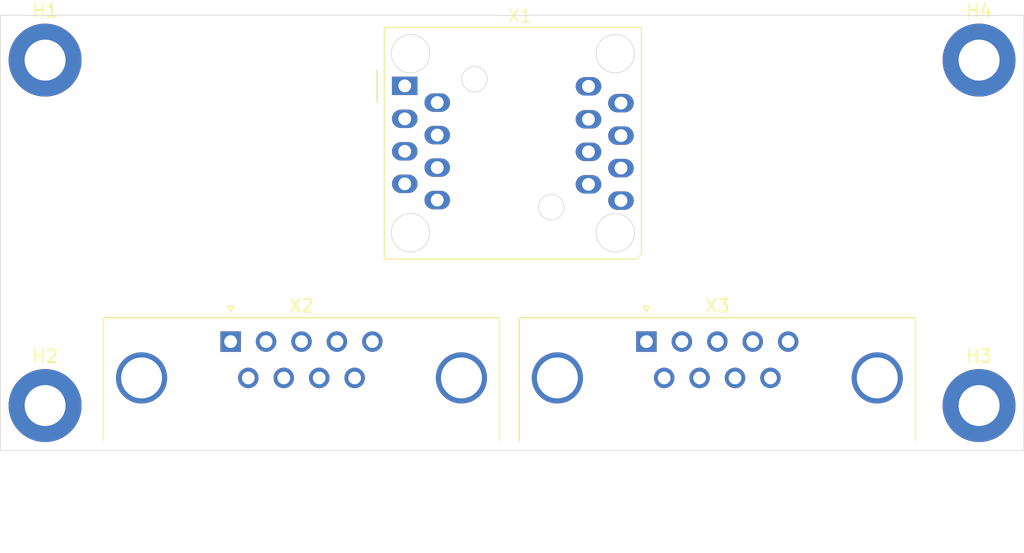
<source format=kicad_pcb>
(kicad_pcb (version 20240108) (generator "pcbnew") (generator_version "8.0")
  (layers (0 "F.Cu" signal) (31 "B.Cu" signal) (34 "B.Paste" user) (35 "F.Paste" user) (36 "B.SilkS" user "B.Silkscreen") (37 "F.SilkS" user "F.Silkscreen") (38 "B.Mask" user) (39 "F.Mask" user) (44 "Edge.Cuts" user))
  (net 0 "")
  (net 1 "/B4")
  (net 2 "/A6")
  (net 3 "/B2")
  (net 5 "/B6")
  (net 7 "/B8")
  (net 8 "/B5")
  (net 9 "/A4")
  (net 10 "/A2")
  (net 11 "/A8")
  (net 15 "/A5")
  (footprint "MountingHole:MountingHole_3.2mm_M3_ISO7380_Pad" (layer "F.Cu") (at 136.5 120.5)
    (property "Reference" "H3" (at 0 -3.85 0) (layer "F.SilkS"))
    (property "Value" "M3")
    (pad "1" thru_hole circle (at 0 0) (size 5.7 5.7) (drill 3.2) (layers "*.Cu" "*.Mask" "In1.Cu" "In2.Cu" "In3.Cu" "In4.Cu" "In5.Cu" "In6.Cu" "In7.Cu" "In8.Cu" "In9.Cu" "In10.Cu" "In11.Cu" "In12.Cu" "In13.Cu" "In14.Cu" "In15.Cu" "In16.Cu" "In17.Cu" "In18.Cu" "In19.Cu" "In20.Cu" "In21.Cu" "In22.Cu" "In23.Cu" "In24.Cu" "In25.Cu" "In26.Cu" "In27.Cu" "In28.Cu" "In29.Cu" "In30.Cu"))
  )
  (footprint "MountingHole:MountingHole_3.2mm_M3_ISO7380_Pad" (layer "F.Cu") (at 136.5 93.5)
    (property "Reference" "H4" (at 0 -3.85 0) (layer "F.SilkS"))
    (property "Value" "M3")
    (pad "1" thru_hole circle (at 0 0) (size 5.7 5.7) (drill 3.2) (layers "*.Cu" "*.Mask" "In1.Cu" "In2.Cu" "In3.Cu" "In4.Cu" "In5.Cu" "In6.Cu" "In7.Cu" "In8.Cu" "In9.Cu" "In10.Cu" "In11.Cu" "In12.Cu" "In13.Cu" "In14.Cu" "In15.Cu" "In16.Cu" "In17.Cu" "In18.Cu" "In19.Cu" "In20.Cu" "In21.Cu" "In22.Cu" "In23.Cu" "In24.Cu" "In25.Cu" "In26.Cu" "In27.Cu" "In28.Cu" "In29.Cu" "In30.Cu"))
  )
  (footprint "Socket:SOIC_Socket_16_SOCKET-SOICN-16-1.27" (layer "F.Cu") (at 91.61 95.55)
    (property "Reference" "X1" (at 9 -5.5 0) (layer "F.SilkS") (effects (font (thickness 0.1))))
    (property "Value" "SOIC16 Test Socket")
    (fp_line (start -2.159 1.27) (end -2.159 -1.27) (stroke (width 0.12)) (layer "F.SilkS"))
    (fp_line (start -1.6 -4.6) (end -1.6 13.5) (stroke (width 0.1)) (layer "F.SilkS"))
    (fp_line (start -1.6 13.5) (end 18.1 13.5) (stroke (width 0.1)) (layer "F.SilkS"))
    (fp_line (start 18.1 13.5) (end 18.5 13.1) (stroke (width 0.1)) (layer "F.SilkS"))
    (fp_line (start 18.5 -4.6) (end -1.6 -4.6) (stroke (width 0.1)) (layer "F.SilkS"))
    (fp_line (start 18.5 13.1) (end 18.5 -4.6) (stroke (width 0.1)) (layer "F.SilkS"))
    (fp_circle (center 0.45 -2.555) (end 1.95 -2.555) (stroke (width 0.05)) (fill none) (layer "Edge.Cuts"))
    (fp_circle (center 0.45 11.445) (end 1.95 11.445) (stroke (width 0.05)) (fill none) (layer "Edge.Cuts"))
    (fp_circle (center 5.45 -0.555) (end 6.45 -0.555) (stroke (width 0.05)) (fill none) (layer "Edge.Cuts"))
    (fp_circle (center 11.45 9.445) (end 12.45 9.445) (stroke (width 0.05)) (fill none) (layer "Edge.Cuts"))
    (fp_circle (center 16.45 -2.555) (end 17.95 -2.555) (stroke (width 0.05)) (fill none) (layer "Edge.Cuts"))
    (fp_circle (center 16.45 11.445) (end 17.95 11.445) (stroke (width 0.05)) (fill none) (layer "Edge.Cuts"))
    (pad "1" thru_hole rect (at 0 -0.04) (size 2 1.44) (drill 1) (layers "*.Cu" "*.Mask" "In1.Cu" "In2.Cu" "In3.Cu" "In4.Cu" "In5.Cu" "In6.Cu" "In7.Cu" "In8.Cu" "In9.Cu" "In10.Cu" "In11.Cu" "In12.Cu" "In13.Cu" "In14.Cu" "In15.Cu" "In16.Cu" "In17.Cu" "In18.Cu" "In19.Cu" "In20.Cu" "In21.Cu" "In22.Cu" "In23.Cu" "In24.Cu" "In25.Cu" "In26.Cu" "In27.Cu" "In28.Cu" "In29.Cu" "In30.Cu"))
    (pad "2" thru_hole oval (at 2.54 1.27) (size 2 1.44) (drill 1) (layers "*.Cu" "*.Mask" "In1.Cu" "In2.Cu" "In3.Cu" "In4.Cu" "In5.Cu" "In6.Cu" "In7.Cu" "In8.Cu" "In9.Cu" "In10.Cu" "In11.Cu" "In12.Cu" "In13.Cu" "In14.Cu" "In15.Cu" "In16.Cu" "In17.Cu" "In18.Cu" "In19.Cu" "In20.Cu" "In21.Cu" "In22.Cu" "In23.Cu" "In24.Cu" "In25.Cu" "In26.Cu" "In27.Cu" "In28.Cu" "In29.Cu" "In30.Cu") (net 10 "/A2"))
    (pad "3" thru_hole oval (at 0 2.54) (size 2 1.44) (drill 1) (layers "*.Cu" "*.Mask" "In1.Cu" "In2.Cu" "In3.Cu" "In4.Cu" "In5.Cu" "In6.Cu" "In7.Cu" "In8.Cu" "In9.Cu" "In10.Cu" "In11.Cu" "In12.Cu" "In13.Cu" "In14.Cu" "In15.Cu" "In16.Cu" "In17.Cu" "In18.Cu" "In19.Cu" "In20.Cu" "In21.Cu" "In22.Cu" "In23.Cu" "In24.Cu" "In25.Cu" "In26.Cu" "In27.Cu" "In28.Cu" "In29.Cu" "In30.Cu"))
    (pad "4" thru_hole oval (at 2.54 3.81) (size 2 1.44) (drill 1) (layers "*.Cu" "*.Mask" "In1.Cu" "In2.Cu" "In3.Cu" "In4.Cu" "In5.Cu" "In6.Cu" "In7.Cu" "In8.Cu" "In9.Cu" "In10.Cu" "In11.Cu" "In12.Cu" "In13.Cu" "In14.Cu" "In15.Cu" "In16.Cu" "In17.Cu" "In18.Cu" "In19.Cu" "In20.Cu" "In21.Cu" "In22.Cu" "In23.Cu" "In24.Cu" "In25.Cu" "In26.Cu" "In27.Cu" "In28.Cu" "In29.Cu" "In30.Cu") (net 9 "/A4"))
    (pad "5" thru_hole oval (at 0 5.08) (size 2 1.44) (drill 1) (layers "*.Cu" "*.Mask" "In1.Cu" "In2.Cu" "In3.Cu" "In4.Cu" "In5.Cu" "In6.Cu" "In7.Cu" "In8.Cu" "In9.Cu" "In10.Cu" "In11.Cu" "In12.Cu" "In13.Cu" "In14.Cu" "In15.Cu" "In16.Cu" "In17.Cu" "In18.Cu" "In19.Cu" "In20.Cu" "In21.Cu" "In22.Cu" "In23.Cu" "In24.Cu" "In25.Cu" "In26.Cu" "In27.Cu" "In28.Cu" "In29.Cu" "In30.Cu"))
    (pad "6" thru_hole oval (at 2.54 6.35) (size 2 1.44) (drill 1) (layers "*.Cu" "*.Mask" "In1.Cu" "In2.Cu" "In3.Cu" "In4.Cu" "In5.Cu" "In6.Cu" "In7.Cu" "In8.Cu" "In9.Cu" "In10.Cu" "In11.Cu" "In12.Cu" "In13.Cu" "In14.Cu" "In15.Cu" "In16.Cu" "In17.Cu" "In18.Cu" "In19.Cu" "In20.Cu" "In21.Cu" "In22.Cu" "In23.Cu" "In24.Cu" "In25.Cu" "In26.Cu" "In27.Cu" "In28.Cu" "In29.Cu" "In30.Cu") (net 3 "/B2"))
    (pad "7" thru_hole oval (at 0 7.62) (size 2 1.44) (drill 1) (layers "*.Cu" "*.Mask" "In1.Cu" "In2.Cu" "In3.Cu" "In4.Cu" "In5.Cu" "In6.Cu" "In7.Cu" "In8.Cu" "In9.Cu" "In10.Cu" "In11.Cu" "In12.Cu" "In13.Cu" "In14.Cu" "In15.Cu" "In16.Cu" "In17.Cu" "In18.Cu" "In19.Cu" "In20.Cu" "In21.Cu" "In22.Cu" "In23.Cu" "In24.Cu" "In25.Cu" "In26.Cu" "In27.Cu" "In28.Cu" "In29.Cu" "In30.Cu"))
    (pad "8" thru_hole oval (at 2.54 8.89) (size 2 1.44) (drill 1) (layers "*.Cu" "*.Mask" "In1.Cu" "In2.Cu" "In3.Cu" "In4.Cu" "In5.Cu" "In6.Cu" "In7.Cu" "In8.Cu" "In9.Cu" "In10.Cu" "In11.Cu" "In12.Cu" "In13.Cu" "In14.Cu" "In15.Cu" "In16.Cu" "In17.Cu" "In18.Cu" "In19.Cu" "In20.Cu" "In21.Cu" "In22.Cu" "In23.Cu" "In24.Cu" "In25.Cu" "In26.Cu" "In27.Cu" "In28.Cu" "In29.Cu" "In30.Cu") (net 1 "/B4"))
    (pad "9" thru_hole oval (at 16.9 8.93) (size 2 1.44) (drill 1) (layers "*.Cu" "*.Mask" "In1.Cu" "In2.Cu" "In3.Cu" "In4.Cu" "In5.Cu" "In6.Cu" "In7.Cu" "In8.Cu" "In9.Cu" "In10.Cu" "In11.Cu" "In12.Cu" "In13.Cu" "In14.Cu" "In15.Cu" "In16.Cu" "In17.Cu" "In18.Cu" "In19.Cu" "In20.Cu" "In21.Cu" "In22.Cu" "In23.Cu" "In24.Cu" "In25.Cu" "In26.Cu" "In27.Cu" "In28.Cu" "In29.Cu" "In30.Cu") (net 8 "/B5"))
    (pad "10" thru_hole oval (at 14.36 7.66) (size 2 1.44) (drill 1) (layers "*.Cu" "*.Mask" "In1.Cu" "In2.Cu" "In3.Cu" "In4.Cu" "In5.Cu" "In6.Cu" "In7.Cu" "In8.Cu" "In9.Cu" "In10.Cu" "In11.Cu" "In12.Cu" "In13.Cu" "In14.Cu" "In15.Cu" "In16.Cu" "In17.Cu" "In18.Cu" "In19.Cu" "In20.Cu" "In21.Cu" "In22.Cu" "In23.Cu" "In24.Cu" "In25.Cu" "In26.Cu" "In27.Cu" "In28.Cu" "In29.Cu" "In30.Cu") (net 5 "/B6"))
    (pad "11" thru_hole oval (at 16.9 6.39) (size 2 1.44) (drill 1) (layers "*.Cu" "*.Mask" "In1.Cu" "In2.Cu" "In3.Cu" "In4.Cu" "In5.Cu" "In6.Cu" "In7.Cu" "In8.Cu" "In9.Cu" "In10.Cu" "In11.Cu" "In12.Cu" "In13.Cu" "In14.Cu" "In15.Cu" "In16.Cu" "In17.Cu" "In18.Cu" "In19.Cu" "In20.Cu" "In21.Cu" "In22.Cu" "In23.Cu" "In24.Cu" "In25.Cu" "In26.Cu" "In27.Cu" "In28.Cu" "In29.Cu" "In30.Cu"))
    (pad "12" thru_hole oval (at 14.36 5.12) (size 2 1.44) (drill 1) (layers "*.Cu" "*.Mask" "In1.Cu" "In2.Cu" "In3.Cu" "In4.Cu" "In5.Cu" "In6.Cu" "In7.Cu" "In8.Cu" "In9.Cu" "In10.Cu" "In11.Cu" "In12.Cu" "In13.Cu" "In14.Cu" "In15.Cu" "In16.Cu" "In17.Cu" "In18.Cu" "In19.Cu" "In20.Cu" "In21.Cu" "In22.Cu" "In23.Cu" "In24.Cu" "In25.Cu" "In26.Cu" "In27.Cu" "In28.Cu" "In29.Cu" "In30.Cu") (net 7 "/B8"))
    (pad "13" thru_hole oval (at 16.9 3.85) (size 2 1.44) (drill 1) (layers "*.Cu" "*.Mask" "In1.Cu" "In2.Cu" "In3.Cu" "In4.Cu" "In5.Cu" "In6.Cu" "In7.Cu" "In8.Cu" "In9.Cu" "In10.Cu" "In11.Cu" "In12.Cu" "In13.Cu" "In14.Cu" "In15.Cu" "In16.Cu" "In17.Cu" "In18.Cu" "In19.Cu" "In20.Cu" "In21.Cu" "In22.Cu" "In23.Cu" "In24.Cu" "In25.Cu" "In26.Cu" "In27.Cu" "In28.Cu" "In29.Cu" "In30.Cu") (net 15 "/A5"))
    (pad "14" thru_hole oval (at 14.36 2.58) (size 2 1.44) (drill 1) (layers "*.Cu" "*.Mask" "In1.Cu" "In2.Cu" "In3.Cu" "In4.Cu" "In5.Cu" "In6.Cu" "In7.Cu" "In8.Cu" "In9.Cu" "In10.Cu" "In11.Cu" "In12.Cu" "In13.Cu" "In14.Cu" "In15.Cu" "In16.Cu" "In17.Cu" "In18.Cu" "In19.Cu" "In20.Cu" "In21.Cu" "In22.Cu" "In23.Cu" "In24.Cu" "In25.Cu" "In26.Cu" "In27.Cu" "In28.Cu" "In29.Cu" "In30.Cu") (net 2 "/A6"))
    (pad "15" thru_hole oval (at 16.9 1.31) (size 2 1.44) (drill 1) (layers "*.Cu" "*.Mask" "In1.Cu" "In2.Cu" "In3.Cu" "In4.Cu" "In5.Cu" "In6.Cu" "In7.Cu" "In8.Cu" "In9.Cu" "In10.Cu" "In11.Cu" "In12.Cu" "In13.Cu" "In14.Cu" "In15.Cu" "In16.Cu" "In17.Cu" "In18.Cu" "In19.Cu" "In20.Cu" "In21.Cu" "In22.Cu" "In23.Cu" "In24.Cu" "In25.Cu" "In26.Cu" "In27.Cu" "In28.Cu" "In29.Cu" "In30.Cu"))
    (pad "16" thru_hole oval (at 14.36 0) (size 2 1.44) (drill 1) (layers "*.Cu" "*.Mask" "In1.Cu" "In2.Cu" "In3.Cu" "In4.Cu" "In5.Cu" "In6.Cu" "In7.Cu" "In8.Cu" "In9.Cu" "In10.Cu" "In11.Cu" "In12.Cu" "In13.Cu" "In14.Cu" "In15.Cu" "In16.Cu" "In17.Cu" "In18.Cu" "In19.Cu" "In20.Cu" "In21.Cu" "In22.Cu" "In23.Cu" "In24.Cu" "In25.Cu" "In26.Cu" "In27.Cu" "In28.Cu" "In29.Cu" "In30.Cu") (net 11 "/A8"))
  )
  (footprint "MountingHole:MountingHole_3.2mm_M3_ISO7380_Pad" (layer "F.Cu") (at 63.5 120.5)
    (property "Reference" "H2" (at 0 -3.85 0) (layer "F.SilkS"))
    (property "Value" "M3")
    (pad "1" thru_hole circle (at 0 0) (size 5.7 5.7) (drill 3.2) (layers "*.Cu" "*.Mask" "In1.Cu" "In2.Cu" "In3.Cu" "In4.Cu" "In5.Cu" "In6.Cu" "In7.Cu" "In8.Cu" "In9.Cu" "In10.Cu" "In11.Cu" "In12.Cu" "In13.Cu" "In14.Cu" "In15.Cu" "In16.Cu" "In17.Cu" "In18.Cu" "In19.Cu" "In20.Cu" "In21.Cu" "In22.Cu" "In23.Cu" "In24.Cu" "In25.Cu" "In26.Cu" "In27.Cu" "In28.Cu" "In29.Cu" "In30.Cu"))
  )
  (footprint "MountingHole:MountingHole_3.2mm_M3_ISO7380_Pad" (layer "F.Cu") (at 63.5 93.5)
    (property "Reference" "H1" (at 0 -3.85 0) (layer "F.SilkS"))
    (property "Value" "M3")
    (pad "1" thru_hole circle (at 0 0) (size 5.7 5.7) (drill 3.2) (layers "*.Cu" "*.Mask" "In1.Cu" "In2.Cu" "In3.Cu" "In4.Cu" "In5.Cu" "In6.Cu" "In7.Cu" "In8.Cu" "In9.Cu" "In10.Cu" "In11.Cu" "In12.Cu" "In13.Cu" "In14.Cu" "In15.Cu" "In16.Cu" "In17.Cu" "In18.Cu" "In19.Cu" "In20.Cu" "In21.Cu" "In22.Cu" "In23.Cu" "In24.Cu" "In25.Cu" "In26.Cu" "In27.Cu" "In28.Cu" "In29.Cu" "In30.Cu"))
  )
  (footprint "Connector_Dsub:DSUB-9_Male_Horizontal_P2.77x2.84mm_EdgePinOffset4.94mm_Housed_MountingHolesOffset4.94mm" (layer "F.Cu") (at 110.5 115.5)
    (property "Reference" "X3" (at 5.54 -2.8 0) (layer "F.SilkS"))
    (property "Value" "DE9_Plug")
    (fp_line (start -9.945 -1.86) (end 21.025 -1.86) (stroke (width 0.12)) (layer "F.SilkS"))
    (fp_line (start -9.945 7.72) (end -9.945 -1.86) (stroke (width 0.12)) (layer "F.SilkS"))
    (fp_line (start -0.25 -2.754338) (end 0.25 -2.754338) (stroke (width 0.12)) (layer "F.SilkS"))
    (fp_line (start 0 -2.321325) (end -0.25 -2.754338) (stroke (width 0.12)) (layer "F.SilkS"))
    (fp_line (start 0.25 -2.754338) (end 0 -2.321325) (stroke (width 0.12)) (layer "F.SilkS"))
    (fp_line (start 21.025 -1.86) (end 21.025 7.72) (stroke (width 0.12)) (layer "F.SilkS"))
    (pad "0" thru_hole circle (at -6.96 2.84) (size 4 4) (drill 3.2) (layers "*.Cu" "*.Mask" "In1.Cu" "In2.Cu" "In3.Cu" "In4.Cu" "In5.Cu" "In6.Cu" "In7.Cu" "In8.Cu" "In9.Cu" "In10.Cu" "In11.Cu" "In12.Cu" "In13.Cu" "In14.Cu" "In15.Cu" "In16.Cu" "In17.Cu" "In18.Cu" "In19.Cu" "In20.Cu" "In21.Cu" "In22.Cu" "In23.Cu" "In24.Cu" "In25.Cu" "In26.Cu" "In27.Cu" "In28.Cu" "In29.Cu" "In30.Cu"))
    (pad "0" thru_hole circle (at 18.04 2.84) (size 4 4) (drill 3.2) (layers "*.Cu" "*.Mask" "In1.Cu" "In2.Cu" "In3.Cu" "In4.Cu" "In5.Cu" "In6.Cu" "In7.Cu" "In8.Cu" "In9.Cu" "In10.Cu" "In11.Cu" "In12.Cu" "In13.Cu" "In14.Cu" "In15.Cu" "In16.Cu" "In17.Cu" "In18.Cu" "In19.Cu" "In20.Cu" "In21.Cu" "In22.Cu" "In23.Cu" "In24.Cu" "In25.Cu" "In26.Cu" "In27.Cu" "In28.Cu" "In29.Cu" "In30.Cu"))
    (pad "1" thru_hole rect (at 0 0) (size 1.6 1.6) (drill 1) (layers "*.Cu" "*.Mask" "In1.Cu" "In2.Cu" "In3.Cu" "In4.Cu" "In5.Cu" "In6.Cu" "In7.Cu" "In8.Cu" "In9.Cu" "In10.Cu" "In11.Cu" "In12.Cu" "In13.Cu" "In14.Cu" "In15.Cu" "In16.Cu" "In17.Cu" "In18.Cu" "In19.Cu" "In20.Cu" "In21.Cu" "In22.Cu" "In23.Cu" "In24.Cu" "In25.Cu" "In26.Cu" "In27.Cu" "In28.Cu" "In29.Cu" "In30.Cu"))
    (pad "2" thru_hole circle (at 2.77 0) (size 1.6 1.6) (drill 1) (layers "*.Cu" "*.Mask" "In1.Cu" "In2.Cu" "In3.Cu" "In4.Cu" "In5.Cu" "In6.Cu" "In7.Cu" "In8.Cu" "In9.Cu" "In10.Cu" "In11.Cu" "In12.Cu" "In13.Cu" "In14.Cu" "In15.Cu" "In16.Cu" "In17.Cu" "In18.Cu" "In19.Cu" "In20.Cu" "In21.Cu" "In22.Cu" "In23.Cu" "In24.Cu" "In25.Cu" "In26.Cu" "In27.Cu" "In28.Cu" "In29.Cu" "In30.Cu") (net 3 "/B2"))
    (pad "3" thru_hole circle (at 5.54 0) (size 1.6 1.6) (drill 1) (layers "*.Cu" "*.Mask" "In1.Cu" "In2.Cu" "In3.Cu" "In4.Cu" "In5.Cu" "In6.Cu" "In7.Cu" "In8.Cu" "In9.Cu" "In10.Cu" "In11.Cu" "In12.Cu" "In13.Cu" "In14.Cu" "In15.Cu" "In16.Cu" "In17.Cu" "In18.Cu" "In19.Cu" "In20.Cu" "In21.Cu" "In22.Cu" "In23.Cu" "In24.Cu" "In25.Cu" "In26.Cu" "In27.Cu" "In28.Cu" "In29.Cu" "In30.Cu"))
    (pad "4" thru_hole circle (at 8.31 0) (size 1.6 1.6) (drill 1) (layers "*.Cu" "*.Mask" "In1.Cu" "In2.Cu" "In3.Cu" "In4.Cu" "In5.Cu" "In6.Cu" "In7.Cu" "In8.Cu" "In9.Cu" "In10.Cu" "In11.Cu" "In12.Cu" "In13.Cu" "In14.Cu" "In15.Cu" "In16.Cu" "In17.Cu" "In18.Cu" "In19.Cu" "In20.Cu" "In21.Cu" "In22.Cu" "In23.Cu" "In24.Cu" "In25.Cu" "In26.Cu" "In27.Cu" "In28.Cu" "In29.Cu" "In30.Cu") (net 1 "/B4"))
    (pad "5" thru_hole circle (at 11.08 0) (size 1.6 1.6) (drill 1) (layers "*.Cu" "*.Mask" "In1.Cu" "In2.Cu" "In3.Cu" "In4.Cu" "In5.Cu" "In6.Cu" "In7.Cu" "In8.Cu" "In9.Cu" "In10.Cu" "In11.Cu" "In12.Cu" "In13.Cu" "In14.Cu" "In15.Cu" "In16.Cu" "In17.Cu" "In18.Cu" "In19.Cu" "In20.Cu" "In21.Cu" "In22.Cu" "In23.Cu" "In24.Cu" "In25.Cu" "In26.Cu" "In27.Cu" "In28.Cu" "In29.Cu" "In30.Cu") (net 8 "/B5"))
    (pad "6" thru_hole circle (at 1.385 2.84) (size 1.6 1.6) (drill 1) (layers "*.Cu" "*.Mask" "In1.Cu" "In2.Cu" "In3.Cu" "In4.Cu" "In5.Cu" "In6.Cu" "In7.Cu" "In8.Cu" "In9.Cu" "In10.Cu" "In11.Cu" "In12.Cu" "In13.Cu" "In14.Cu" "In15.Cu" "In16.Cu" "In17.Cu" "In18.Cu" "In19.Cu" "In20.Cu" "In21.Cu" "In22.Cu" "In23.Cu" "In24.Cu" "In25.Cu" "In26.Cu" "In27.Cu" "In28.Cu" "In29.Cu" "In30.Cu") (net 5 "/B6"))
    (pad "7" thru_hole circle (at 4.155 2.84) (size 1.6 1.6) (drill 1) (layers "*.Cu" "*.Mask" "In1.Cu" "In2.Cu" "In3.Cu" "In4.Cu" "In5.Cu" "In6.Cu" "In7.Cu" "In8.Cu" "In9.Cu" "In10.Cu" "In11.Cu" "In12.Cu" "In13.Cu" "In14.Cu" "In15.Cu" "In16.Cu" "In17.Cu" "In18.Cu" "In19.Cu" "In20.Cu" "In21.Cu" "In22.Cu" "In23.Cu" "In24.Cu" "In25.Cu" "In26.Cu" "In27.Cu" "In28.Cu" "In29.Cu" "In30.Cu"))
    (pad "8" thru_hole circle (at 6.925 2.84) (size 1.6 1.6) (drill 1) (layers "*.Cu" "*.Mask" "In1.Cu" "In2.Cu" "In3.Cu" "In4.Cu" "In5.Cu" "In6.Cu" "In7.Cu" "In8.Cu" "In9.Cu" "In10.Cu" "In11.Cu" "In12.Cu" "In13.Cu" "In14.Cu" "In15.Cu" "In16.Cu" "In17.Cu" "In18.Cu" "In19.Cu" "In20.Cu" "In21.Cu" "In22.Cu" "In23.Cu" "In24.Cu" "In25.Cu" "In26.Cu" "In27.Cu" "In28.Cu" "In29.Cu" "In30.Cu") (net 7 "/B8"))
    (pad "9" thru_hole circle (at 9.695 2.84) (size 1.6 1.6) (drill 1) (layers "*.Cu" "*.Mask" "In1.Cu" "In2.Cu" "In3.Cu" "In4.Cu" "In5.Cu" "In6.Cu" "In7.Cu" "In8.Cu" "In9.Cu" "In10.Cu" "In11.Cu" "In12.Cu" "In13.Cu" "In14.Cu" "In15.Cu" "In16.Cu" "In17.Cu" "In18.Cu" "In19.Cu" "In20.Cu" "In21.Cu" "In22.Cu" "In23.Cu" "In24.Cu" "In25.Cu" "In26.Cu" "In27.Cu" "In28.Cu" "In29.Cu" "In30.Cu"))
  )
  (footprint "Connector_Dsub:DSUB-9_Male_Horizontal_P2.77x2.84mm_EdgePinOffset4.94mm_Housed_MountingHolesOffset4.94mm" (layer "F.Cu") (at 78 115.5)
    (property "Reference" "X2" (at 5.54 -2.8 0) (layer "F.SilkS"))
    (property "Value" "DE9_Plug")
    (fp_line (start -9.945 -1.86) (end 21.025 -1.86) (stroke (width 0.12)) (layer "F.SilkS"))
    (fp_line (start -9.945 7.72) (end -9.945 -1.86) (stroke (width 0.12)) (layer "F.SilkS"))
    (fp_line (start -0.25 -2.754338) (end 0.25 -2.754338) (stroke (width 0.12)) (layer "F.SilkS"))
    (fp_line (start 0 -2.321325) (end -0.25 -2.754338) (stroke (width 0.12)) (layer "F.SilkS"))
    (fp_line (start 0.25 -2.754338) (end 0 -2.321325) (stroke (width 0.12)) (layer "F.SilkS"))
    (fp_line (start 21.025 -1.86) (end 21.025 7.72) (stroke (width 0.12)) (layer "F.SilkS"))
    (pad "0" thru_hole circle (at -6.96 2.84) (size 4 4) (drill 3.2) (layers "*.Cu" "*.Mask" "In1.Cu" "In2.Cu" "In3.Cu" "In4.Cu" "In5.Cu" "In6.Cu" "In7.Cu" "In8.Cu" "In9.Cu" "In10.Cu" "In11.Cu" "In12.Cu" "In13.Cu" "In14.Cu" "In15.Cu" "In16.Cu" "In17.Cu" "In18.Cu" "In19.Cu" "In20.Cu" "In21.Cu" "In22.Cu" "In23.Cu" "In24.Cu" "In25.Cu" "In26.Cu" "In27.Cu" "In28.Cu" "In29.Cu" "In30.Cu"))
    (pad "0" thru_hole circle (at 18.04 2.84) (size 4 4) (drill 3.2) (layers "*.Cu" "*.Mask" "In1.Cu" "In2.Cu" "In3.Cu" "In4.Cu" "In5.Cu" "In6.Cu" "In7.Cu" "In8.Cu" "In9.Cu" "In10.Cu" "In11.Cu" "In12.Cu" "In13.Cu" "In14.Cu" "In15.Cu" "In16.Cu" "In17.Cu" "In18.Cu" "In19.Cu" "In20.Cu" "In21.Cu" "In22.Cu" "In23.Cu" "In24.Cu" "In25.Cu" "In26.Cu" "In27.Cu" "In28.Cu" "In29.Cu" "In30.Cu"))
    (pad "1" thru_hole rect (at 0 0) (size 1.6 1.6) (drill 1) (layers "*.Cu" "*.Mask" "In1.Cu" "In2.Cu" "In3.Cu" "In4.Cu" "In5.Cu" "In6.Cu" "In7.Cu" "In8.Cu" "In9.Cu" "In10.Cu" "In11.Cu" "In12.Cu" "In13.Cu" "In14.Cu" "In15.Cu" "In16.Cu" "In17.Cu" "In18.Cu" "In19.Cu" "In20.Cu" "In21.Cu" "In22.Cu" "In23.Cu" "In24.Cu" "In25.Cu" "In26.Cu" "In27.Cu" "In28.Cu" "In29.Cu" "In30.Cu"))
    (pad "2" thru_hole circle (at 2.77 0) (size 1.6 1.6) (drill 1) (layers "*.Cu" "*.Mask" "In1.Cu" "In2.Cu" "In3.Cu" "In4.Cu" "In5.Cu" "In6.Cu" "In7.Cu" "In8.Cu" "In9.Cu" "In10.Cu" "In11.Cu" "In12.Cu" "In13.Cu" "In14.Cu" "In15.Cu" "In16.Cu" "In17.Cu" "In18.Cu" "In19.Cu" "In20.Cu" "In21.Cu" "In22.Cu" "In23.Cu" "In24.Cu" "In25.Cu" "In26.Cu" "In27.Cu" "In28.Cu" "In29.Cu" "In30.Cu") (net 10 "/A2"))
    (pad "3" thru_hole circle (at 5.54 0) (size 1.6 1.6) (drill 1) (layers "*.Cu" "*.Mask" "In1.Cu" "In2.Cu" "In3.Cu" "In4.Cu" "In5.Cu" "In6.Cu" "In7.Cu" "In8.Cu" "In9.Cu" "In10.Cu" "In11.Cu" "In12.Cu" "In13.Cu" "In14.Cu" "In15.Cu" "In16.Cu" "In17.Cu" "In18.Cu" "In19.Cu" "In20.Cu" "In21.Cu" "In22.Cu" "In23.Cu" "In24.Cu" "In25.Cu" "In26.Cu" "In27.Cu" "In28.Cu" "In29.Cu" "In30.Cu"))
    (pad "4" thru_hole circle (at 8.31 0) (size 1.6 1.6) (drill 1) (layers "*.Cu" "*.Mask" "In1.Cu" "In2.Cu" "In3.Cu" "In4.Cu" "In5.Cu" "In6.Cu" "In7.Cu" "In8.Cu" "In9.Cu" "In10.Cu" "In11.Cu" "In12.Cu" "In13.Cu" "In14.Cu" "In15.Cu" "In16.Cu" "In17.Cu" "In18.Cu" "In19.Cu" "In20.Cu" "In21.Cu" "In22.Cu" "In23.Cu" "In24.Cu" "In25.Cu" "In26.Cu" "In27.Cu" "In28.Cu" "In29.Cu" "In30.Cu") (net 9 "/A4"))
    (pad "5" thru_hole circle (at 11.08 0) (size 1.6 1.6) (drill 1) (layers "*.Cu" "*.Mask" "In1.Cu" "In2.Cu" "In3.Cu" "In4.Cu" "In5.Cu" "In6.Cu" "In7.Cu" "In8.Cu" "In9.Cu" "In10.Cu" "In11.Cu" "In12.Cu" "In13.Cu" "In14.Cu" "In15.Cu" "In16.Cu" "In17.Cu" "In18.Cu" "In19.Cu" "In20.Cu" "In21.Cu" "In22.Cu" "In23.Cu" "In24.Cu" "In25.Cu" "In26.Cu" "In27.Cu" "In28.Cu" "In29.Cu" "In30.Cu") (net 15 "/A5"))
    (pad "6" thru_hole circle (at 1.385 2.84) (size 1.6 1.6) (drill 1) (layers "*.Cu" "*.Mask" "In1.Cu" "In2.Cu" "In3.Cu" "In4.Cu" "In5.Cu" "In6.Cu" "In7.Cu" "In8.Cu" "In9.Cu" "In10.Cu" "In11.Cu" "In12.Cu" "In13.Cu" "In14.Cu" "In15.Cu" "In16.Cu" "In17.Cu" "In18.Cu" "In19.Cu" "In20.Cu" "In21.Cu" "In22.Cu" "In23.Cu" "In24.Cu" "In25.Cu" "In26.Cu" "In27.Cu" "In28.Cu" "In29.Cu" "In30.Cu") (net 2 "/A6"))
    (pad "7" thru_hole circle (at 4.155 2.84) (size 1.6 1.6) (drill 1) (layers "*.Cu" "*.Mask" "In1.Cu" "In2.Cu" "In3.Cu" "In4.Cu" "In5.Cu" "In6.Cu" "In7.Cu" "In8.Cu" "In9.Cu" "In10.Cu" "In11.Cu" "In12.Cu" "In13.Cu" "In14.Cu" "In15.Cu" "In16.Cu" "In17.Cu" "In18.Cu" "In19.Cu" "In20.Cu" "In21.Cu" "In22.Cu" "In23.Cu" "In24.Cu" "In25.Cu" "In26.Cu" "In27.Cu" "In28.Cu" "In29.Cu" "In30.Cu"))
    (pad "8" thru_hole circle (at 6.925 2.84) (size 1.6 1.6) (drill 1) (layers "*.Cu" "*.Mask" "In1.Cu" "In2.Cu" "In3.Cu" "In4.Cu" "In5.Cu" "In6.Cu" "In7.Cu" "In8.Cu" "In9.Cu" "In10.Cu" "In11.Cu" "In12.Cu" "In13.Cu" "In14.Cu" "In15.Cu" "In16.Cu" "In17.Cu" "In18.Cu" "In19.Cu" "In20.Cu" "In21.Cu" "In22.Cu" "In23.Cu" "In24.Cu" "In25.Cu" "In26.Cu" "In27.Cu" "In28.Cu" "In29.Cu" "In30.Cu") (net 11 "/A8"))
    (pad "9" thru_hole circle (at 9.695 2.84) (size 1.6 1.6) (drill 1) (layers "*.Cu" "*.Mask" "In1.Cu" "In2.Cu" "In3.Cu" "In4.Cu" "In5.Cu" "In6.Cu" "In7.Cu" "In8.Cu" "In9.Cu" "In10.Cu" "In11.Cu" "In12.Cu" "In13.Cu" "In14.Cu" "In15.Cu" "In16.Cu" "In17.Cu" "In18.Cu" "In19.Cu" "In20.Cu" "In21.Cu" "In22.Cu" "In23.Cu" "In24.Cu" "In25.Cu" "In26.Cu" "In27.Cu" "In28.Cu" "In29.Cu" "In30.Cu"))
  )
  (gr_rect (start 60 90) (end 140 124) (stroke (width 0.05)) (fill none) (layer "Edge.Cuts"))
)
</source>
